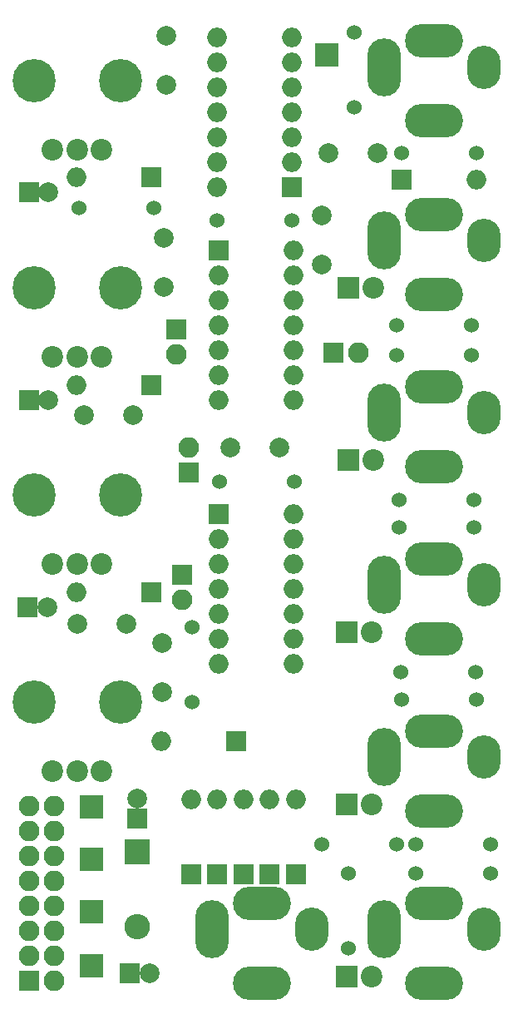
<source format=gbs>
G04 #@! TF.GenerationSoftware,KiCad,Pcbnew,(5.0.0-3-g5ebb6b6)*
G04 #@! TF.CreationDate,2019-04-25T19:55:48+02:00*
G04 #@! TF.ProjectId,triggerhappy,7472696767657268617070792E6B6963,rev?*
G04 #@! TF.SameCoordinates,Original*
G04 #@! TF.FileFunction,Soldermask,Bot*
G04 #@! TF.FilePolarity,Negative*
%FSLAX46Y46*%
G04 Gerber Fmt 4.6, Leading zero omitted, Abs format (unit mm)*
G04 Created by KiCad (PCBNEW (5.0.0-3-g5ebb6b6)) date Thursday 25 April 2019 19:55:48*
%MOMM*%
%LPD*%
G01*
G04 APERTURE LIST*
%ADD10C,2.000000*%
%ADD11R,2.000000X2.000000*%
%ADD12R,2.600000X2.600000*%
%ADD13O,2.600000X2.600000*%
%ADD14O,2.000000X2.000000*%
%ADD15R,2.200000X2.200000*%
%ADD16C,2.200000*%
%ADD17R,2.100000X2.100000*%
%ADD18O,2.100000X2.100000*%
%ADD19O,3.400000X5.900000*%
%ADD20O,3.400000X4.400000*%
%ADD21O,5.900000X3.400000*%
%ADD22C,1.524000*%
%ADD23C,4.400000*%
%ADD24R,2.400000X2.400000*%
G04 APERTURE END LIST*
D10*
G04 #@! TO.C,C1*
X191992000Y-142367000D03*
D11*
X189992000Y-142367000D03*
G04 #@! TD*
D10*
G04 #@! TO.C,C2*
X193675000Y-51943000D03*
X193675000Y-46943000D03*
G04 #@! TD*
G04 #@! TO.C,C3*
X215185000Y-58928000D03*
X210185000Y-58928000D03*
G04 #@! TD*
G04 #@! TO.C,C4*
X190293000Y-85598000D03*
X185293000Y-85598000D03*
G04 #@! TD*
G04 #@! TO.C,C5*
X184658000Y-106807000D03*
X189658000Y-106807000D03*
G04 #@! TD*
D11*
G04 #@! TO.C,C6*
X179705000Y-62865000D03*
D10*
X181705000Y-62865000D03*
G04 #@! TD*
G04 #@! TO.C,C7*
X181705000Y-84074000D03*
D11*
X179705000Y-84074000D03*
G04 #@! TD*
G04 #@! TO.C,C8*
X179578000Y-105156000D03*
D10*
X181578000Y-105156000D03*
G04 #@! TD*
D11*
G04 #@! TO.C,C9*
X190754000Y-126619000D03*
D10*
X190754000Y-124619000D03*
G04 #@! TD*
G04 #@! TO.C,C10*
X193421000Y-72564000D03*
X193421000Y-67564000D03*
G04 #@! TD*
G04 #@! TO.C,C11*
X209550000Y-65278000D03*
X209550000Y-70278000D03*
G04 #@! TD*
G04 #@! TO.C,C12*
X193294000Y-113792000D03*
X193294000Y-108792000D03*
G04 #@! TD*
G04 #@! TO.C,C13*
X200232000Y-88900000D03*
X205232000Y-88900000D03*
G04 #@! TD*
D12*
G04 #@! TO.C,D1*
X190754000Y-130048000D03*
D13*
X190754000Y-137668000D03*
G04 #@! TD*
D14*
G04 #@! TO.C,D2*
X225298000Y-61595000D03*
D11*
X217678000Y-61595000D03*
G04 #@! TD*
G04 #@! TO.C,D3*
X192151000Y-61341000D03*
D14*
X184531000Y-61341000D03*
G04 #@! TD*
D11*
G04 #@! TO.C,D4*
X192151000Y-82550000D03*
D14*
X184531000Y-82550000D03*
G04 #@! TD*
D11*
G04 #@! TO.C,D5*
X192151000Y-103632000D03*
D14*
X184531000Y-103632000D03*
G04 #@! TD*
G04 #@! TO.C,D6*
X193167000Y-118745000D03*
D11*
X200787000Y-118745000D03*
G04 #@! TD*
D15*
G04 #@! TO.C,D7*
X212217000Y-72644000D03*
D16*
X214757000Y-72644000D03*
G04 #@! TD*
D15*
G04 #@! TO.C,D8*
X212217000Y-90170000D03*
D16*
X214757000Y-90170000D03*
G04 #@! TD*
G04 #@! TO.C,D9*
X214630000Y-107696000D03*
D15*
X212090000Y-107696000D03*
G04 #@! TD*
D16*
G04 #@! TO.C,D10*
X214630000Y-125222000D03*
D15*
X212090000Y-125222000D03*
G04 #@! TD*
G04 #@! TO.C,D11*
X212090000Y-142748000D03*
D16*
X214630000Y-142748000D03*
G04 #@! TD*
D14*
G04 #@! TO.C,D12*
X196215000Y-124714000D03*
D11*
X196215000Y-132334000D03*
G04 #@! TD*
G04 #@! TO.C,D13*
X198882000Y-132334000D03*
D14*
X198882000Y-124714000D03*
G04 #@! TD*
G04 #@! TO.C,D14*
X201549000Y-124714000D03*
D11*
X201549000Y-132334000D03*
G04 #@! TD*
G04 #@! TO.C,D15*
X204216000Y-132334000D03*
D14*
X204216000Y-124714000D03*
G04 #@! TD*
G04 #@! TO.C,D16*
X206883000Y-124714000D03*
D11*
X206883000Y-132334000D03*
G04 #@! TD*
D17*
G04 #@! TO.C,J1*
X179705000Y-143129000D03*
D18*
X182245000Y-143129000D03*
X179705000Y-140589000D03*
X182245000Y-140589000D03*
X179705000Y-138049000D03*
X182245000Y-138049000D03*
X179705000Y-135509000D03*
X182245000Y-135509000D03*
X179705000Y-132969000D03*
X182245000Y-132969000D03*
X179705000Y-130429000D03*
X182245000Y-130429000D03*
X179705000Y-127889000D03*
X182245000Y-127889000D03*
X179705000Y-125349000D03*
X182245000Y-125349000D03*
G04 #@! TD*
D19*
G04 #@! TO.C,J2*
X215900000Y-50165000D03*
D20*
X226060000Y-50165000D03*
D21*
X220980000Y-47498000D03*
X220980000Y-55626000D03*
G04 #@! TD*
D19*
G04 #@! TO.C,J3*
X215900000Y-67818000D03*
D20*
X226060000Y-67818000D03*
D21*
X220980000Y-65151000D03*
X220980000Y-73279000D03*
G04 #@! TD*
G04 #@! TO.C,J4*
X220980000Y-90805000D03*
X220980000Y-82677000D03*
D20*
X226060000Y-85344000D03*
D19*
X215900000Y-85344000D03*
G04 #@! TD*
G04 #@! TO.C,J5*
X215900000Y-102870000D03*
D20*
X226060000Y-102870000D03*
D21*
X220980000Y-100203000D03*
X220980000Y-108331000D03*
G04 #@! TD*
G04 #@! TO.C,J6*
X220980000Y-125857000D03*
X220980000Y-117729000D03*
D20*
X226060000Y-120396000D03*
D19*
X215900000Y-120396000D03*
G04 #@! TD*
G04 #@! TO.C,J7*
X215900000Y-137922000D03*
D20*
X226060000Y-137922000D03*
D21*
X220980000Y-135255000D03*
X220980000Y-143383000D03*
G04 #@! TD*
G04 #@! TO.C,J8*
X203454000Y-143383000D03*
X203454000Y-135255000D03*
D20*
X208534000Y-137922000D03*
D19*
X198374000Y-137922000D03*
G04 #@! TD*
D18*
G04 #@! TO.C,JP1*
X194691000Y-79375000D03*
D17*
X194691000Y-76835000D03*
G04 #@! TD*
G04 #@! TO.C,JP2*
X210693000Y-79248000D03*
D18*
X213233000Y-79248000D03*
G04 #@! TD*
G04 #@! TO.C,JP3*
X195326000Y-104394000D03*
D17*
X195326000Y-101854000D03*
G04 #@! TD*
G04 #@! TO.C,JP4*
X195961000Y-91440000D03*
D18*
X195961000Y-88900000D03*
G04 #@! TD*
D22*
G04 #@! TO.C,R1*
X217678000Y-58928000D03*
X225298000Y-58928000D03*
G04 #@! TD*
G04 #@! TO.C,R2*
X212852000Y-54229000D03*
X212852000Y-46609000D03*
G04 #@! TD*
G04 #@! TO.C,R3*
X224790000Y-79502000D03*
X217170000Y-79502000D03*
G04 #@! TD*
G04 #@! TO.C,R4*
X192405000Y-64516000D03*
X184785000Y-64516000D03*
G04 #@! TD*
G04 #@! TO.C,R5*
X206502000Y-65786000D03*
X198882000Y-65786000D03*
G04 #@! TD*
G04 #@! TO.C,R6*
X196342000Y-114808000D03*
X196342000Y-107188000D03*
G04 #@! TD*
G04 #@! TO.C,R7*
X206756000Y-92329000D03*
X199136000Y-92329000D03*
G04 #@! TD*
G04 #@! TO.C,R8*
X217424000Y-97028000D03*
X225044000Y-97028000D03*
G04 #@! TD*
G04 #@! TO.C,R9*
X217678000Y-114554000D03*
X225298000Y-114554000D03*
G04 #@! TD*
G04 #@! TO.C,R10*
X217170000Y-129286000D03*
X209550000Y-129286000D03*
G04 #@! TD*
G04 #@! TO.C,R11*
X212217000Y-132207000D03*
X212217000Y-139827000D03*
G04 #@! TD*
G04 #@! TO.C,R12*
X217170000Y-76454000D03*
X224790000Y-76454000D03*
G04 #@! TD*
G04 #@! TO.C,R13*
X225044000Y-94234000D03*
X217424000Y-94234000D03*
G04 #@! TD*
G04 #@! TO.C,R14*
X217551000Y-111760000D03*
X225171000Y-111760000D03*
G04 #@! TD*
G04 #@! TO.C,R15*
X219075000Y-129286000D03*
X226695000Y-129286000D03*
G04 #@! TD*
G04 #@! TO.C,R16*
X226695000Y-132207000D03*
X219075000Y-132207000D03*
G04 #@! TD*
D23*
G04 #@! TO.C,RV1*
X180218000Y-51547000D03*
X189018000Y-51547000D03*
D16*
X182118000Y-58547000D03*
X184618000Y-58547000D03*
X187118000Y-58547000D03*
G04 #@! TD*
G04 #@! TO.C,RV2*
X187118000Y-79629000D03*
X184618000Y-79629000D03*
X182118000Y-79629000D03*
D23*
X189018000Y-72629000D03*
X180218000Y-72629000D03*
G04 #@! TD*
D16*
G04 #@! TO.C,RV3*
X187118000Y-100711000D03*
X184618000Y-100711000D03*
X182118000Y-100711000D03*
D23*
X189018000Y-93711000D03*
X180218000Y-93711000D03*
G04 #@! TD*
G04 #@! TO.C,RV4*
X180218000Y-114793000D03*
X189018000Y-114793000D03*
D16*
X182118000Y-121793000D03*
X184618000Y-121793000D03*
X187118000Y-121793000D03*
G04 #@! TD*
D24*
G04 #@! TO.C,TP1*
X186055000Y-125476000D03*
G04 #@! TD*
G04 #@! TO.C,TP2*
X186055000Y-130810000D03*
G04 #@! TD*
G04 #@! TO.C,TP3*
X186055000Y-136144000D03*
G04 #@! TD*
D11*
G04 #@! TO.C,U1*
X206502000Y-62357000D03*
D14*
X198882000Y-47117000D03*
X206502000Y-59817000D03*
X198882000Y-49657000D03*
X206502000Y-57277000D03*
X198882000Y-52197000D03*
X206502000Y-54737000D03*
X198882000Y-54737000D03*
X206502000Y-52197000D03*
X198882000Y-57277000D03*
X206502000Y-49657000D03*
X198882000Y-59817000D03*
X206502000Y-47117000D03*
X198882000Y-62357000D03*
G04 #@! TD*
D11*
G04 #@! TO.C,U2*
X199009000Y-68834000D03*
D14*
X206629000Y-84074000D03*
X199009000Y-71374000D03*
X206629000Y-81534000D03*
X199009000Y-73914000D03*
X206629000Y-78994000D03*
X199009000Y-76454000D03*
X206629000Y-76454000D03*
X199009000Y-78994000D03*
X206629000Y-73914000D03*
X199009000Y-81534000D03*
X206629000Y-71374000D03*
X199009000Y-84074000D03*
X206629000Y-68834000D03*
G04 #@! TD*
G04 #@! TO.C,U3*
X206629000Y-95631000D03*
X199009000Y-110871000D03*
X206629000Y-98171000D03*
X199009000Y-108331000D03*
X206629000Y-100711000D03*
X199009000Y-105791000D03*
X206629000Y-103251000D03*
X199009000Y-103251000D03*
X206629000Y-105791000D03*
X199009000Y-100711000D03*
X206629000Y-108331000D03*
X199009000Y-98171000D03*
X206629000Y-110871000D03*
D11*
X199009000Y-95631000D03*
G04 #@! TD*
D24*
G04 #@! TO.C,TP4*
X186055000Y-141605000D03*
G04 #@! TD*
G04 #@! TO.C,TP5*
X210058000Y-48895000D03*
G04 #@! TD*
M02*

</source>
